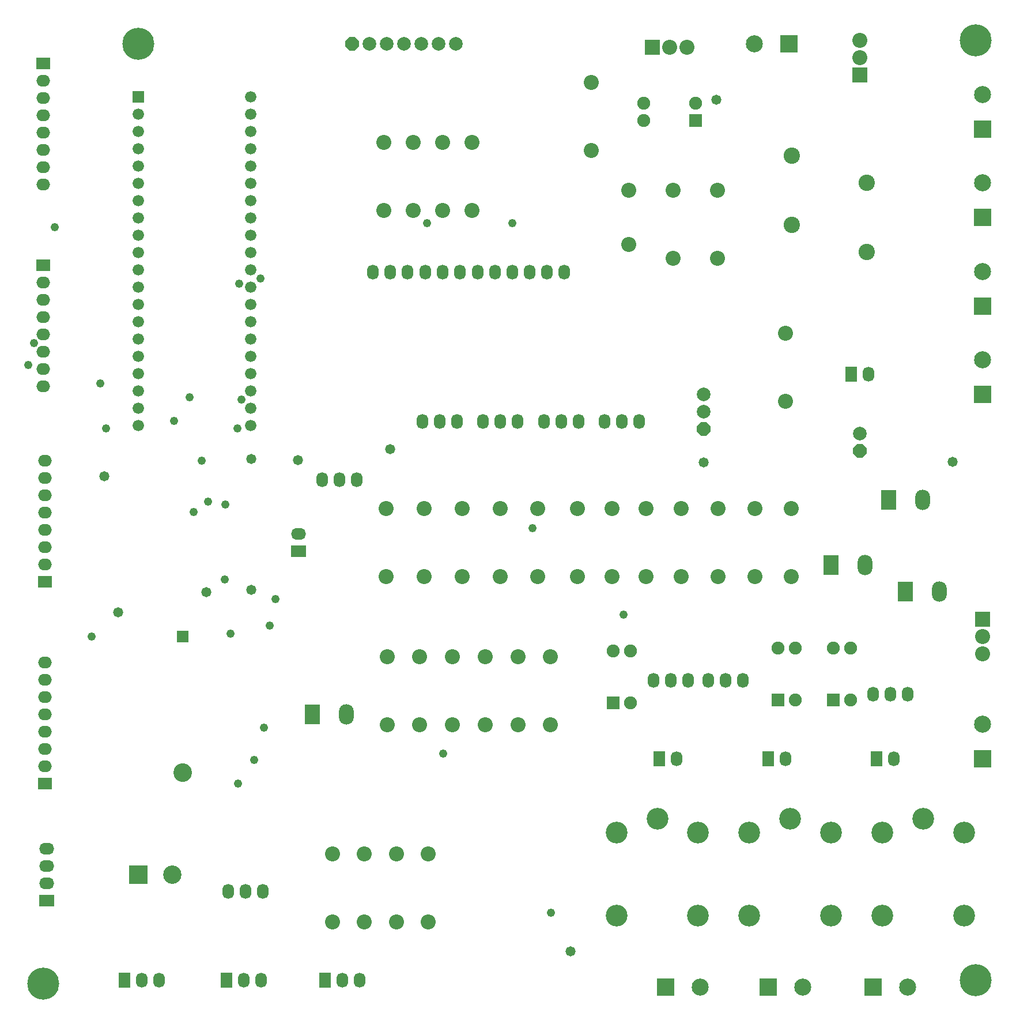
<source format=gbs>
G04 Layer_Color=16711935*
%FSLAX24Y24*%
%MOIN*%
G70*
G01*
G75*
%ADD27C,0.0580*%
%ADD61C,0.1074*%
%ADD62R,0.0680X0.0680*%
%ADD63C,0.0867*%
%ADD64O,0.0867X0.1182*%
%ADD65R,0.0867X0.1182*%
%ADD66O,0.0671X0.0867*%
%ADD67R,0.0671X0.0867*%
%ADD68R,0.0867X0.0671*%
%ADD69O,0.0867X0.0671*%
%ADD70R,0.0789X0.0671*%
%ADD71O,0.0789X0.0671*%
%ADD72R,0.0660X0.0660*%
%ADD73C,0.0660*%
%ADD74C,0.0789*%
%ADD75P,0.0854X8X22.5*%
%ADD76R,0.1064X0.1064*%
%ADD77C,0.1064*%
%ADD78C,0.0986*%
%ADD79R,0.0986X0.0986*%
%ADD80C,0.0749*%
%ADD81R,0.0749X0.0749*%
%ADD82C,0.1261*%
%ADD83R,0.0867X0.0867*%
%ADD84C,0.0867*%
%ADD85R,0.0749X0.0749*%
%ADD86C,0.0946*%
%ADD87P,0.0854X8X112.5*%
%ADD88R,0.0986X0.0986*%
%ADD89R,0.0867X0.0867*%
%ADD90C,0.1852*%
%ADD91C,0.0480*%
D27*
X60630Y62598D02*
D03*
X42520Y63386D02*
D03*
X25984Y61811D02*
D03*
X26772Y53937D02*
D03*
X31890Y55118D02*
D03*
X52953Y34353D02*
D03*
X37190Y62760D02*
D03*
X34460Y62800D02*
D03*
Y55260D02*
D03*
X75030Y62640D02*
D03*
X61390Y83570D02*
D03*
D61*
X30512Y44685D02*
D03*
D62*
Y52559D02*
D03*
D63*
X39184Y36031D02*
D03*
Y39969D02*
D03*
X41021Y36031D02*
D03*
Y39969D02*
D03*
X46113Y47449D02*
D03*
Y51386D02*
D03*
X42333Y47449D02*
D03*
Y51386D02*
D03*
X47255Y77173D02*
D03*
Y81110D02*
D03*
X45545Y77173D02*
D03*
Y81110D02*
D03*
X43836Y77173D02*
D03*
Y81110D02*
D03*
X42126Y77173D02*
D03*
Y81110D02*
D03*
X65717Y56017D02*
D03*
Y59954D02*
D03*
X63592Y56017D02*
D03*
Y59954D02*
D03*
X59342Y56017D02*
D03*
Y59954D02*
D03*
X61467Y56017D02*
D03*
Y59954D02*
D03*
X55326Y56017D02*
D03*
Y59954D02*
D03*
X57294Y56017D02*
D03*
Y59954D02*
D03*
X51037Y56017D02*
D03*
Y59954D02*
D03*
X53337Y56017D02*
D03*
Y59954D02*
D03*
X42262Y56017D02*
D03*
Y59954D02*
D03*
X44462Y56017D02*
D03*
Y59954D02*
D03*
X46662Y56017D02*
D03*
Y59954D02*
D03*
X48862Y56017D02*
D03*
Y59954D02*
D03*
X61428Y74417D02*
D03*
Y78354D02*
D03*
X59661Y86614D02*
D03*
X58661D02*
D03*
X58869Y74417D02*
D03*
Y78354D02*
D03*
X56299Y75197D02*
D03*
Y78346D02*
D03*
X65365Y66150D02*
D03*
Y70087D02*
D03*
X76772Y51543D02*
D03*
Y52543D02*
D03*
X69685Y87008D02*
D03*
Y86008D02*
D03*
X44696Y36031D02*
D03*
Y39969D02*
D03*
X42858Y36031D02*
D03*
Y39969D02*
D03*
X44223Y47449D02*
D03*
Y51386D02*
D03*
X48003Y47449D02*
D03*
Y51386D02*
D03*
X49893Y47449D02*
D03*
Y51386D02*
D03*
X51782Y47449D02*
D03*
Y51386D02*
D03*
D64*
X39961Y48032D02*
D03*
X69980Y56693D02*
D03*
X73300Y60460D02*
D03*
X74290Y55160D02*
D03*
D65*
X37992Y48032D02*
D03*
X68012Y56693D02*
D03*
X71332Y60460D02*
D03*
X72322Y55160D02*
D03*
D66*
X39748Y32677D02*
D03*
X40748D02*
D03*
X34055D02*
D03*
X35055D02*
D03*
X28134D02*
D03*
X29134D02*
D03*
X71654Y45472D02*
D03*
X59071D02*
D03*
X65362D02*
D03*
X70185Y67717D02*
D03*
X49567Y73622D02*
D03*
X47567D02*
D03*
X48567D02*
D03*
X46543D02*
D03*
X44543D02*
D03*
X45543D02*
D03*
X43520D02*
D03*
X41520D02*
D03*
X42520D02*
D03*
X35146Y37795D02*
D03*
X33146D02*
D03*
X34146D02*
D03*
X46366Y64961D02*
D03*
X44366D02*
D03*
X45366D02*
D03*
X49879D02*
D03*
X47879D02*
D03*
X48879D02*
D03*
X53392D02*
D03*
X51392D02*
D03*
X52392D02*
D03*
X56906D02*
D03*
X54906D02*
D03*
X55906D02*
D03*
X59728Y50000D02*
D03*
X57728D02*
D03*
X58728D02*
D03*
X62910Y50000D02*
D03*
X60910D02*
D03*
X61910D02*
D03*
X72457Y49213D02*
D03*
X70457D02*
D03*
X71457D02*
D03*
X40567Y61614D02*
D03*
X38567D02*
D03*
X39567D02*
D03*
X52590Y73610D02*
D03*
X50590D02*
D03*
X51590D02*
D03*
D67*
X38748Y32677D02*
D03*
X33055D02*
D03*
X27134D02*
D03*
X70654Y45472D02*
D03*
X58071D02*
D03*
X64362D02*
D03*
X69185Y67717D02*
D03*
D68*
X37205Y57465D02*
D03*
X22638Y37280D02*
D03*
D69*
X37205Y58465D02*
D03*
X22638Y38280D02*
D03*
Y40280D02*
D03*
Y39280D02*
D03*
D70*
X22539Y44047D02*
D03*
X22441Y74008D02*
D03*
X22539Y55717D02*
D03*
X22441Y85677D02*
D03*
D71*
X22539Y47047D02*
D03*
Y48047D02*
D03*
Y50047D02*
D03*
Y51047D02*
D03*
Y49047D02*
D03*
Y46047D02*
D03*
Y45047D02*
D03*
X22441Y71008D02*
D03*
Y70008D02*
D03*
Y68008D02*
D03*
Y67008D02*
D03*
Y69008D02*
D03*
Y72008D02*
D03*
Y73008D02*
D03*
X22539Y58717D02*
D03*
Y59717D02*
D03*
Y61717D02*
D03*
Y62717D02*
D03*
Y60717D02*
D03*
Y57717D02*
D03*
Y56717D02*
D03*
X22441Y82677D02*
D03*
Y81677D02*
D03*
Y79677D02*
D03*
Y78677D02*
D03*
Y80677D02*
D03*
Y83677D02*
D03*
Y84677D02*
D03*
D72*
X27953Y83756D02*
D03*
D73*
Y82756D02*
D03*
Y81756D02*
D03*
Y80756D02*
D03*
Y79756D02*
D03*
Y78756D02*
D03*
Y77756D02*
D03*
Y76756D02*
D03*
Y75756D02*
D03*
Y74756D02*
D03*
Y73756D02*
D03*
Y72756D02*
D03*
Y71756D02*
D03*
Y70756D02*
D03*
Y69756D02*
D03*
Y68756D02*
D03*
Y67756D02*
D03*
Y66756D02*
D03*
Y65756D02*
D03*
Y64756D02*
D03*
X34453Y83756D02*
D03*
Y82756D02*
D03*
Y81756D02*
D03*
Y80756D02*
D03*
Y79756D02*
D03*
Y78756D02*
D03*
Y77756D02*
D03*
Y76756D02*
D03*
Y75756D02*
D03*
Y74756D02*
D03*
Y73756D02*
D03*
Y72756D02*
D03*
Y71756D02*
D03*
Y70756D02*
D03*
Y69756D02*
D03*
Y68756D02*
D03*
Y67756D02*
D03*
Y66756D02*
D03*
Y65756D02*
D03*
Y64756D02*
D03*
D74*
X44291Y86811D02*
D03*
X43291D02*
D03*
X42291D02*
D03*
X41291D02*
D03*
X45291D02*
D03*
X46291D02*
D03*
X60630Y66535D02*
D03*
Y65535D02*
D03*
X69685Y64280D02*
D03*
D75*
X40291Y86811D02*
D03*
D76*
X27953Y38780D02*
D03*
D77*
X29921D02*
D03*
D78*
X72441Y32283D02*
D03*
X66370D02*
D03*
X60433D02*
D03*
X76772Y68535D02*
D03*
Y73654D02*
D03*
Y47472D02*
D03*
Y78772D02*
D03*
Y83890D02*
D03*
X63583Y86811D02*
D03*
D79*
X70441Y32283D02*
D03*
X64370D02*
D03*
X58433D02*
D03*
X65583Y86811D02*
D03*
D80*
X68134Y51894D02*
D03*
X69134D02*
D03*
Y48894D02*
D03*
X55406Y51697D02*
D03*
X56406D02*
D03*
Y48697D02*
D03*
X64952Y51894D02*
D03*
X65952D02*
D03*
Y48894D02*
D03*
X57161Y82374D02*
D03*
Y83374D02*
D03*
X60161D02*
D03*
D81*
X68134Y48894D02*
D03*
X55406Y48697D02*
D03*
X64952Y48894D02*
D03*
D82*
X73342Y42001D02*
D03*
X75704Y41213D02*
D03*
X70980D02*
D03*
X75704Y36410D02*
D03*
X70980D02*
D03*
X65650Y42001D02*
D03*
X68012Y41213D02*
D03*
X63288D02*
D03*
X68012Y36410D02*
D03*
X63288D02*
D03*
X57958Y42001D02*
D03*
X60320Y41213D02*
D03*
X55596D02*
D03*
X60320Y36410D02*
D03*
X55596D02*
D03*
D83*
X57661Y86614D02*
D03*
D84*
X54130Y80653D02*
D03*
Y84590D02*
D03*
D85*
X60161Y82374D02*
D03*
D86*
X65748Y80354D02*
D03*
Y76339D02*
D03*
X70079Y74764D02*
D03*
Y78780D02*
D03*
D87*
X60630Y64535D02*
D03*
X69685Y63280D02*
D03*
D88*
X76772Y66535D02*
D03*
Y71654D02*
D03*
Y45472D02*
D03*
Y76772D02*
D03*
Y81890D02*
D03*
D89*
Y53543D02*
D03*
X69685Y85008D02*
D03*
D90*
X22441Y32480D02*
D03*
X27953Y86811D02*
D03*
X76378Y87008D02*
D03*
Y32677D02*
D03*
D91*
X35870Y54710D02*
D03*
X25250Y52540D02*
D03*
X45560Y45780D02*
D03*
X31990Y60340D02*
D03*
X21910Y69510D02*
D03*
X33700Y44047D02*
D03*
X35540Y53170D02*
D03*
X21580Y68260D02*
D03*
X34640Y45400D02*
D03*
X26060Y64561D02*
D03*
X32970Y60170D02*
D03*
X23103Y76200D02*
D03*
X30000Y65000D02*
D03*
X50750Y58800D02*
D03*
X32930Y55830D02*
D03*
X33260Y52700D02*
D03*
X25730Y67180D02*
D03*
X31150Y59740D02*
D03*
X30920Y66390D02*
D03*
X31600Y62720D02*
D03*
X33670Y64580D02*
D03*
X35210Y47290D02*
D03*
X56010Y53810D02*
D03*
X49560Y76430D02*
D03*
X44630Y76450D02*
D03*
X33910Y66250D02*
D03*
X35020Y73250D02*
D03*
X33760Y72960D02*
D03*
X51810Y36570D02*
D03*
M02*

</source>
